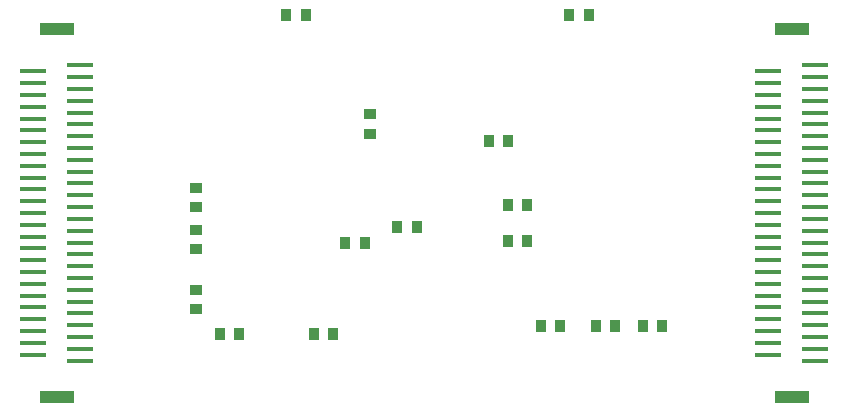
<source format=gbp>
%FSLAX44Y44*%
%MOMM*%
G71*
G01*
G75*
G04 Layer_Color=128*
%ADD10R,0.9652X0.8890*%
%ADD11R,1.0160X0.9398*%
%ADD12R,1.0160X0.9400*%
%ADD13R,0.5080X0.7620*%
%ADD14R,0.2600X2.0000*%
%ADD15R,2.0000X0.2600*%
%ADD16R,0.9400X1.0160*%
%ADD17R,0.9398X1.0160*%
%ADD18R,2.0320X0.6096*%
%ADD19C,0.2032*%
%ADD20C,0.2540*%
%ADD21C,0.5080*%
%ADD22C,0.3048*%
%ADD23R,2.4804X2.2690*%
%ADD24R,2.5943X2.2690*%
%ADD25R,3.0073X5.6504*%
%ADD26C,1.3000*%
%ADD27C,0.6350*%
%ADD28C,0.8128*%
%ADD29C,1.0160*%
%ADD30C,1.8080*%
%ADD31C,0.8382*%
%ADD32C,0.9398*%
%ADD33R,2.2000X0.3600*%
%ADD34R,3.0000X1.0000*%
%ADD35C,0.3302*%
%ADD36R,0.9424X1.9914*%
%ADD37R,2.5048X2.1810*%
%ADD38R,2.9171X1.1903*%
%ADD39C,0.1270*%
%ADD40C,0.1524*%
%ADD41C,0.1500*%
%ADD42R,1.1684X1.0922*%
%ADD43R,1.2192X1.1430*%
%ADD44R,1.2192X1.1432*%
%ADD45R,0.7112X0.9652*%
%ADD46R,0.4632X2.2032*%
%ADD47R,2.2032X0.4632*%
%ADD48R,1.1432X1.2192*%
%ADD49R,1.1430X1.2192*%
%ADD50R,2.2352X0.8128*%
%ADD51R,2.4032X0.5632*%
%ADD52R,3.2032X1.2032*%
D11*
X631209Y606381D02*
D03*
X631272Y673759D02*
D03*
X631209Y692649D02*
D03*
X778345Y754803D02*
D03*
D12*
X631209Y622886D02*
D03*
X631272Y657254D02*
D03*
X631209Y709154D02*
D03*
X778345Y771308D02*
D03*
D16*
X895076Y663961D02*
D03*
X731057Y585103D02*
D03*
X668024Y585167D02*
D03*
X774062Y662324D02*
D03*
X969833Y592030D02*
D03*
X1009659D02*
D03*
X895076Y694648D02*
D03*
X923041Y592074D02*
D03*
X947406Y855016D02*
D03*
X707686D02*
D03*
X879148Y748384D02*
D03*
X818110Y675767D02*
D03*
D17*
X911581Y663961D02*
D03*
X747562Y585103D02*
D03*
X651518Y585167D02*
D03*
X757557Y662324D02*
D03*
X986338Y592030D02*
D03*
X1026164D02*
D03*
X911581Y694648D02*
D03*
X939546Y592074D02*
D03*
X963911Y855016D02*
D03*
X724191D02*
D03*
X895653Y748384D02*
D03*
X801605Y675767D02*
D03*
D33*
X1155700Y652800D02*
D03*
Y642800D02*
D03*
Y632800D02*
D03*
Y622800D02*
D03*
Y612800D02*
D03*
Y662800D02*
D03*
Y672800D02*
D03*
Y682800D02*
D03*
Y692800D02*
D03*
Y702800D02*
D03*
Y712800D02*
D03*
Y722800D02*
D03*
Y732800D02*
D03*
Y742800D02*
D03*
Y752800D02*
D03*
Y762800D02*
D03*
Y772800D02*
D03*
Y782800D02*
D03*
Y792800D02*
D03*
Y802800D02*
D03*
Y812800D02*
D03*
Y602800D02*
D03*
Y592800D02*
D03*
Y582800D02*
D03*
Y572800D02*
D03*
Y562800D02*
D03*
X1115700Y707800D02*
D03*
Y697800D02*
D03*
Y687800D02*
D03*
Y677800D02*
D03*
Y667800D02*
D03*
Y657800D02*
D03*
Y647800D02*
D03*
Y637800D02*
D03*
Y627800D02*
D03*
Y617800D02*
D03*
Y567800D02*
D03*
Y577800D02*
D03*
Y587800D02*
D03*
Y597800D02*
D03*
Y607800D02*
D03*
Y717800D02*
D03*
Y727800D02*
D03*
Y737800D02*
D03*
Y747800D02*
D03*
Y757800D02*
D03*
Y767800D02*
D03*
Y777800D02*
D03*
Y787800D02*
D03*
Y797800D02*
D03*
Y807800D02*
D03*
X493400D02*
D03*
Y797800D02*
D03*
Y787800D02*
D03*
Y777800D02*
D03*
Y767800D02*
D03*
Y757800D02*
D03*
Y747800D02*
D03*
Y737800D02*
D03*
Y727800D02*
D03*
Y717800D02*
D03*
Y607800D02*
D03*
Y597800D02*
D03*
Y587800D02*
D03*
Y577800D02*
D03*
Y567800D02*
D03*
Y617800D02*
D03*
Y627800D02*
D03*
Y637800D02*
D03*
Y647800D02*
D03*
Y657800D02*
D03*
Y667800D02*
D03*
Y677800D02*
D03*
Y687800D02*
D03*
Y697800D02*
D03*
Y707800D02*
D03*
X533400Y562800D02*
D03*
Y572800D02*
D03*
Y582800D02*
D03*
Y592800D02*
D03*
Y602800D02*
D03*
Y812800D02*
D03*
Y802800D02*
D03*
Y792800D02*
D03*
Y782800D02*
D03*
Y772800D02*
D03*
Y762800D02*
D03*
Y752800D02*
D03*
Y742800D02*
D03*
Y732800D02*
D03*
Y722800D02*
D03*
Y712800D02*
D03*
Y702800D02*
D03*
Y692800D02*
D03*
Y682800D02*
D03*
Y672800D02*
D03*
Y662800D02*
D03*
Y612800D02*
D03*
Y622800D02*
D03*
Y632800D02*
D03*
Y642800D02*
D03*
Y652800D02*
D03*
D34*
X1135700Y843800D02*
D03*
Y531800D02*
D03*
X513400D02*
D03*
Y843800D02*
D03*
M02*

</source>
